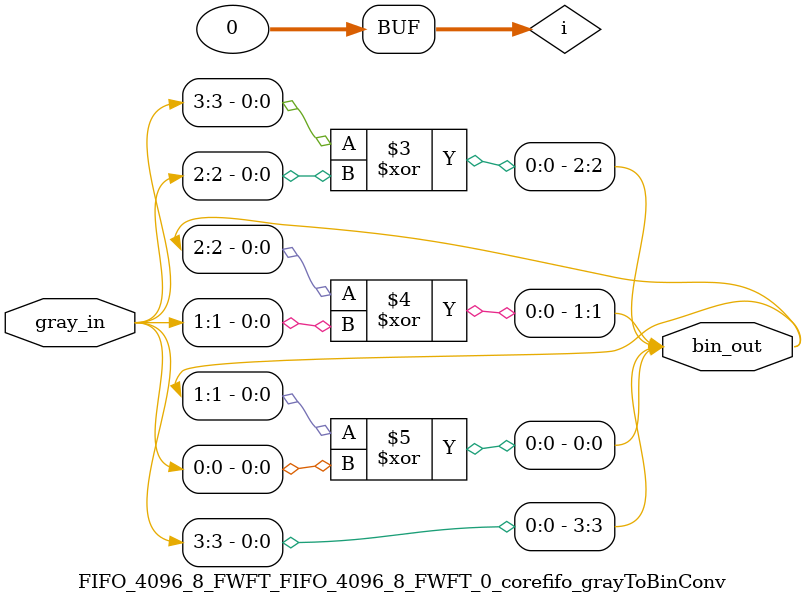
<source format=v>

`timescale 1ns / 100ps

module FIFO_4096_8_FWFT_FIFO_4096_8_FWFT_0_corefifo_grayToBinConv(
                                         gray_in,
                                         bin_out
                                        );

   // --------------------------------------------------------------------------
   // Parameter Declaration
   // --------------------------------------------------------------------------
   parameter ADDRWIDTH  = 3;
   parameter SYNC_RESET = 0;   

   // --------------------------------------------------------------------------
   // I/O Declaration
   // --------------------------------------------------------------------------

   //--------
   // Inputs
   //--------
   input [ADDRWIDTH:0]    gray_in;

   //---------
   // Outputs
   //---------
   output [ADDRWIDTH:0] bin_out;

   // --------------------------------------------------------------------------
   // Internal signals
   // --------------------------------------------------------------------------
   reg [ADDRWIDTH:0]      bin_out;   
   integer                i;
   

   // --------------------------------------------------------------------------
   //                               Start - of - Code
   // --------------------------------------------------------------------------


   // --------------------------------------------------------------------------
   // Logic to Convert the Gray code to Binary
   // --------------------------------------------------------------------------
   always @(*) begin

      bin_out[ADDRWIDTH]  = gray_in[ADDRWIDTH];      

      for(i=ADDRWIDTH;i>0;i = i-1) begin
         bin_out[i-1]     = (bin_out[i] ^ gray_in[i-1]);
      end

   end

endmodule // corefifo_grayToBinConv

// --------------------------------------------------------------------------
//                             End - of - Code
// --------------------------------------------------------------------------

</source>
